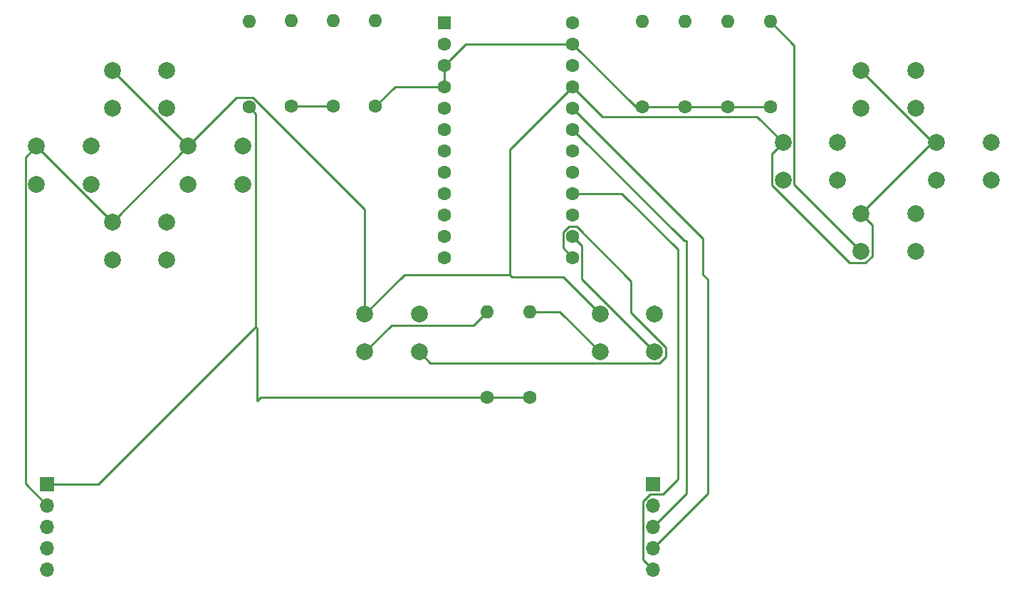
<source format=gbr>
%TF.GenerationSoftware,KiCad,Pcbnew,(7.0.0)*%
%TF.CreationDate,2023-03-22T23:13:34-04:00*%
%TF.ProjectId,controller,636f6e74-726f-46c6-9c65-722e6b696361,rev?*%
%TF.SameCoordinates,Original*%
%TF.FileFunction,Copper,L1,Top*%
%TF.FilePolarity,Positive*%
%FSLAX46Y46*%
G04 Gerber Fmt 4.6, Leading zero omitted, Abs format (unit mm)*
G04 Created by KiCad (PCBNEW (7.0.0)) date 2023-03-22 23:13:34*
%MOMM*%
%LPD*%
G01*
G04 APERTURE LIST*
%TA.AperFunction,ComponentPad*%
%ADD10O,1.600000X1.600000*%
%TD*%
%TA.AperFunction,ComponentPad*%
%ADD11C,1.600000*%
%TD*%
%TA.AperFunction,ComponentPad*%
%ADD12C,2.000000*%
%TD*%
%TA.AperFunction,ComponentPad*%
%ADD13R,1.700000X1.700000*%
%TD*%
%TA.AperFunction,ComponentPad*%
%ADD14O,1.700000X1.700000*%
%TD*%
%TA.AperFunction,ComponentPad*%
%ADD15R,1.600000X1.600000*%
%TD*%
%TA.AperFunction,Conductor*%
%ADD16C,0.250000*%
%TD*%
G04 APERTURE END LIST*
D10*
%TO.P,R3,2*%
%TO.N,Net-(D_PAD_RIGHT1-Pad2)*%
X118999999Y-23919999D03*
D11*
%TO.P,R3,1*%
%TO.N,GND*%
X119000000Y-34080000D03*
%TD*%
D10*
%TO.P,R8,2*%
%TO.N,Net-(B_BUTTON1-Pad2)*%
X170839999Y-23919999D03*
D11*
%TO.P,R8,1*%
%TO.N,GND*%
X170840000Y-34080000D03*
%TD*%
D12*
%TO.P,PAUSE_BUTTON1,1*%
%TO.N,VCC*%
X160750000Y-58710000D03*
%TO.P,PAUSE_BUTTON1,2*%
%TO.N,Net-(PAUSE_BUTTON1-Pad2)*%
X160750000Y-63210000D03*
%TO.P,PAUSE_BUTTON1,3*%
%TO.N,unconnected-(PAUSE_BUTTON1-Pad3)*%
X167250000Y-58710000D03*
%TO.P,PAUSE_BUTTON1,4*%
%TO.N,/PIN_16*%
X167250000Y-63210000D03*
%TD*%
%TO.P,D_PAD_UP1,1*%
%TO.N,VCC*%
X102750000Y-29750000D03*
%TO.P,D_PAD_UP1,2*%
%TO.N,Net-(D_PAD_UP1-Pad2)*%
X102750000Y-34250000D03*
%TO.P,D_PAD_UP1,3*%
%TO.N,unconnected-(D_PAD_UP1-Pad3)*%
X109250000Y-29750000D03*
%TO.P,D_PAD_UP1,4*%
%TO.N,/PIN_5*%
X109250000Y-34250000D03*
%TD*%
D13*
%TO.P,JOYSTICK2,1,Pin_1*%
%TO.N,GND*%
X167024999Y-78949999D03*
D14*
%TO.P,JOYSTICK2,2,Pin_2*%
%TO.N,VCC*%
X167024999Y-81489999D03*
%TO.P,JOYSTICK2,3,Pin_3*%
%TO.N,/PIN_A2*%
X167024999Y-84029999D03*
%TO.P,JOYSTICK2,4,Pin_4*%
%TO.N,/PIN_A3*%
X167024999Y-86569999D03*
%TO.P,JOYSTICK2,5,Pin_5*%
%TO.N,/PIN_15*%
X167024999Y-89109999D03*
%TD*%
D15*
%TO.P,U1,1,TX*%
%TO.N,unconnected-(U1-TX-Pad1)*%
X142239999Y-24029999D03*
D11*
%TO.P,U1,2,RX*%
%TO.N,unconnected-(U1-RX-Pad2)*%
X142240000Y-26570000D03*
%TO.P,U1,3,GND*%
%TO.N,GND*%
X142240000Y-29110000D03*
%TO.P,U1,4,GND*%
X142240000Y-31650000D03*
%TO.P,U1,5,SDA*%
%TO.N,/PIN_2*%
X142240000Y-34190000D03*
%TO.P,U1,6,SCL*%
%TO.N,/PIN_3*%
X142240000Y-36730000D03*
%TO.P,U1,7,D4*%
%TO.N,/PIN_4*%
X142240000Y-39270000D03*
%TO.P,U1,8,C6*%
%TO.N,/PIN_5*%
X142240000Y-41810000D03*
%TO.P,U1,9,D7*%
%TO.N,/PIN_6*%
X142240000Y-44350000D03*
%TO.P,U1,10,E6*%
%TO.N,/PIN_7*%
X142240000Y-46890000D03*
%TO.P,U1,11,B4*%
%TO.N,/PIN_8*%
X142240000Y-49430000D03*
%TO.P,U1,12,B5*%
%TO.N,/PIN_9*%
X142240000Y-51970000D03*
%TO.P,U1,13,B6*%
%TO.N,/PIN_10*%
X157480000Y-51970000D03*
%TO.P,U1,14,B2*%
%TO.N,/PIN_16*%
X157480000Y-49430000D03*
%TO.P,U1,15,B3*%
%TO.N,/PIN_14*%
X157480000Y-46890000D03*
%TO.P,U1,16,B1*%
%TO.N,/PIN_15*%
X157480000Y-44350000D03*
%TO.P,U1,17,F7*%
%TO.N,/PIN_A0*%
X157480000Y-41810000D03*
%TO.P,U1,18,F6*%
%TO.N,/PIN_A1*%
X157480000Y-39270000D03*
%TO.P,U1,19,F5*%
%TO.N,/PIN_A2*%
X157480000Y-36730000D03*
%TO.P,U1,20,F4*%
%TO.N,/PIN_A3*%
X157480000Y-34190000D03*
%TO.P,U1,21,VCC*%
%TO.N,VCC*%
X157480000Y-31650000D03*
%TO.P,U1,22,RST*%
%TO.N,unconnected-(U1-RST-Pad22)*%
X157480000Y-29110000D03*
%TO.P,U1,23,GND*%
%TO.N,GND*%
X157480000Y-26570000D03*
%TO.P,U1,24,RAW*%
%TO.N,unconnected-(U1-RAW-Pad24)*%
X157480000Y-24030000D03*
%TD*%
D10*
%TO.P,R7,2*%
%TO.N,Net-(A_BUTTON1-Pad2)*%
X165759999Y-23919999D03*
D11*
%TO.P,R7,1*%
%TO.N,GND*%
X165760000Y-34080000D03*
%TD*%
D13*
%TO.P,JOYSTICK1,1,Pin_1*%
%TO.N,GND*%
X94999999Y-78919999D03*
D14*
%TO.P,JOYSTICK1,2,Pin_2*%
%TO.N,VCC*%
X94999999Y-81459999D03*
%TO.P,JOYSTICK1,3,Pin_3*%
%TO.N,/PIN_A0*%
X94999999Y-83999999D03*
%TO.P,JOYSTICK1,4,Pin_4*%
%TO.N,/PIN_A1*%
X94999999Y-86539999D03*
%TO.P,JOYSTICK1,5,Pin_5*%
%TO.N,/PIN_14*%
X94999999Y-89079999D03*
%TD*%
D12*
%TO.P,D_PAD_LEFT1,1*%
%TO.N,VCC*%
X93750000Y-38750000D03*
%TO.P,D_PAD_LEFT1,2*%
%TO.N,Net-(D_PAD_LEFT1-Pad2)*%
X93750000Y-43250000D03*
%TO.P,D_PAD_LEFT1,3*%
%TO.N,unconnected-(D_PAD_LEFT1-Pad3)*%
X100250000Y-38750000D03*
%TO.P,D_PAD_LEFT1,4*%
%TO.N,/PIN_3*%
X100250000Y-43250000D03*
%TD*%
D10*
%TO.P,R10,2*%
%TO.N,Net-(R10-Pad2)*%
X180999999Y-23919999D03*
D11*
%TO.P,R10,1*%
%TO.N,GND*%
X181000000Y-34080000D03*
%TD*%
D12*
%TO.P,Y_BUTTON1,1*%
%TO.N,VCC*%
X200750000Y-38310000D03*
%TO.P,Y_BUTTON1,2*%
%TO.N,Net-(R9-Pad2)*%
X200750000Y-42810000D03*
%TO.P,Y_BUTTON1,3*%
%TO.N,unconnected-(Y_BUTTON1-Pad3)*%
X207250000Y-38310000D03*
%TO.P,Y_BUTTON1,4*%
%TO.N,/PIN_9*%
X207250000Y-42810000D03*
%TD*%
D11*
%TO.P,R5,1*%
%TO.N,GND*%
X147320000Y-68580000D03*
D10*
%TO.P,R5,2*%
%TO.N,Net-(HOME_BUTTON1-Pad2)*%
X147319999Y-58419999D03*
%TD*%
D12*
%TO.P,D_PAD_RIGHT1,4*%
%TO.N,/PIN_2*%
X118250000Y-43250000D03*
%TO.P,D_PAD_RIGHT1,3*%
%TO.N,unconnected-(D_PAD_RIGHT1-Pad3)*%
X118250000Y-38750000D03*
%TO.P,D_PAD_RIGHT1,2*%
%TO.N,Net-(D_PAD_RIGHT1-Pad2)*%
X111750000Y-43250000D03*
%TO.P,D_PAD_RIGHT1,1*%
%TO.N,VCC*%
X111750000Y-38750000D03*
%TD*%
D11*
%TO.P,R6,1*%
%TO.N,GND*%
X152400000Y-68580000D03*
D10*
%TO.P,R6,2*%
%TO.N,Net-(PAUSE_BUTTON1-Pad2)*%
X152399999Y-58419999D03*
%TD*%
D12*
%TO.P,B_BUTTON1,1*%
%TO.N,VCC*%
X191750000Y-29750000D03*
%TO.P,B_BUTTON1,2*%
%TO.N,Net-(B_BUTTON1-Pad2)*%
X191750000Y-34250000D03*
%TO.P,B_BUTTON1,3*%
%TO.N,unconnected-(B_BUTTON1-Pad3)*%
X198250000Y-29750000D03*
%TO.P,B_BUTTON1,4*%
%TO.N,/PIN_7*%
X198250000Y-34250000D03*
%TD*%
%TO.P,A_BUTTON1,1*%
%TO.N,VCC*%
X182500000Y-38310000D03*
%TO.P,A_BUTTON1,2*%
%TO.N,Net-(A_BUTTON1-Pad2)*%
X182500000Y-42810000D03*
%TO.P,A_BUTTON1,3*%
%TO.N,unconnected-(A_BUTTON1-Pad3)*%
X189000000Y-38310000D03*
%TO.P,A_BUTTON1,4*%
%TO.N,/PIN_6*%
X189000000Y-42810000D03*
%TD*%
D10*
%TO.P,R2,2*%
%TO.N,Net-(D_PAD_UP1-Pad2)*%
X133999999Y-23839999D03*
D11*
%TO.P,R2,1*%
%TO.N,GND*%
X134000000Y-34000000D03*
%TD*%
D10*
%TO.P,R4,2*%
%TO.N,Net-(D_PAD_DOWN1-Pad2)*%
X128999999Y-23839999D03*
D11*
%TO.P,R4,1*%
%TO.N,GND*%
X129000000Y-34000000D03*
%TD*%
D12*
%TO.P,D_PAD_DOWN1,1*%
%TO.N,VCC*%
X102750000Y-47750000D03*
%TO.P,D_PAD_DOWN1,2*%
%TO.N,Net-(D_PAD_DOWN1-Pad2)*%
X102750000Y-52250000D03*
%TO.P,D_PAD_DOWN1,3*%
%TO.N,unconnected-(D_PAD_DOWN1-Pad3)*%
X109250000Y-47750000D03*
%TO.P,D_PAD_DOWN1,4*%
%TO.N,/PIN_4*%
X109250000Y-52250000D03*
%TD*%
D10*
%TO.P,R1,2*%
%TO.N,Net-(D_PAD_LEFT1-Pad2)*%
X123999999Y-23839999D03*
D11*
%TO.P,R1,1*%
%TO.N,GND*%
X124000000Y-34000000D03*
%TD*%
D10*
%TO.P,R9,2*%
%TO.N,Net-(R9-Pad2)*%
X175919999Y-23919999D03*
D11*
%TO.P,R9,1*%
%TO.N,GND*%
X175920000Y-34080000D03*
%TD*%
D12*
%TO.P,HOME_BUTTON1,4*%
%TO.N,/PIN_10*%
X139250000Y-63210000D03*
%TO.P,HOME_BUTTON1,3*%
%TO.N,unconnected-(HOME_BUTTON1-Pad3)*%
X139250000Y-58710000D03*
%TO.P,HOME_BUTTON1,2*%
%TO.N,Net-(HOME_BUTTON1-Pad2)*%
X132750000Y-63210000D03*
%TO.P,HOME_BUTTON1,1*%
%TO.N,VCC*%
X132750000Y-58710000D03*
%TD*%
%TO.P,X_BUTTON1,1*%
%TO.N,VCC*%
X191750000Y-46750000D03*
%TO.P,X_BUTTON1,2*%
%TO.N,Net-(R10-Pad2)*%
X191750000Y-51250000D03*
%TO.P,X_BUTTON1,3*%
%TO.N,unconnected-(X_BUTTON1-Pad3)*%
X198250000Y-46750000D03*
%TO.P,X_BUTTON1,4*%
%TO.N,/PIN_8*%
X198250000Y-51250000D03*
%TD*%
D16*
%TO.N,GND*%
X165760000Y-34080000D02*
X181000000Y-34080000D01*
%TO.N,VCC*%
X200310000Y-38310000D02*
X191750000Y-29750000D01*
X200750000Y-38310000D02*
X200310000Y-38310000D01*
X200190000Y-38310000D02*
X200750000Y-38310000D01*
X191750000Y-46750000D02*
X200190000Y-38310000D01*
X181175000Y-39635000D02*
X182500000Y-38310000D01*
X181175000Y-43358833D02*
X181175000Y-39635000D01*
X190391167Y-52575000D02*
X181175000Y-43358833D01*
X192298833Y-52575000D02*
X190391167Y-52575000D01*
X193075000Y-51798833D02*
X192298833Y-52575000D01*
X193075000Y-48075000D02*
X193075000Y-51798833D01*
X191750000Y-46750000D02*
X193075000Y-48075000D01*
%TO.N,Net-(R10-Pad2)*%
X183825000Y-43325000D02*
X191750000Y-51250000D01*
X183825000Y-26745000D02*
X183825000Y-43325000D01*
X181000000Y-23920000D02*
X183825000Y-26745000D01*
%TO.N,GND*%
X129000000Y-34000000D02*
X124000000Y-34000000D01*
%TO.N,VCC*%
X111750000Y-38750000D02*
X102750000Y-29750000D01*
X102750000Y-47750000D02*
X111750000Y-38750000D01*
X102750000Y-47750000D02*
X93750000Y-38750000D01*
X92425000Y-40075000D02*
X92425000Y-78885000D01*
X92425000Y-78885000D02*
X95000000Y-81460000D01*
X93750000Y-38750000D02*
X92425000Y-40075000D01*
X117545000Y-32955000D02*
X111750000Y-38750000D01*
X132750000Y-46239009D02*
X119465991Y-32955000D01*
X119465991Y-32955000D02*
X117545000Y-32955000D01*
X132750000Y-58710000D02*
X132750000Y-46239009D01*
%TO.N,Net-(PAUSE_BUTTON1-Pad2)*%
X155960000Y-58420000D02*
X160750000Y-63210000D01*
X152400000Y-58420000D02*
X155960000Y-58420000D01*
%TO.N,Net-(HOME_BUTTON1-Pad2)*%
X135925000Y-60035000D02*
X132750000Y-63210000D01*
X145705000Y-60035000D02*
X135925000Y-60035000D01*
X147320000Y-58420000D02*
X145705000Y-60035000D01*
%TO.N,GND*%
X147320000Y-68580000D02*
X152400000Y-68580000D01*
X120000000Y-60400002D02*
X119799999Y-60200001D01*
X120420000Y-68580000D02*
X120000000Y-69000000D01*
X147320000Y-68580000D02*
X120420000Y-68580000D01*
X120000000Y-69000000D02*
X120000000Y-60400002D01*
X119799999Y-60200001D02*
X119799999Y-34879999D01*
X119799999Y-34879999D02*
X119000000Y-34080000D01*
X101080000Y-78920000D02*
X119799999Y-60200001D01*
X95000000Y-78920000D02*
X101080000Y-78920000D01*
%TO.N,VCC*%
X137460000Y-54000000D02*
X132750000Y-58710000D01*
X150000000Y-54000000D02*
X137460000Y-54000000D01*
X161035000Y-35205000D02*
X179395000Y-35205000D01*
X157480000Y-31650000D02*
X161035000Y-35205000D01*
X179395000Y-35205000D02*
X182500000Y-38310000D01*
%TO.N,GND*%
X136350000Y-31650000D02*
X134000000Y-34000000D01*
X142240000Y-31650000D02*
X136350000Y-31650000D01*
X164990000Y-34080000D02*
X165760000Y-34080000D01*
X157480000Y-26570000D02*
X164990000Y-34080000D01*
X142240000Y-29110000D02*
X142240000Y-31650000D01*
X157480000Y-26570000D02*
X144780000Y-26570000D01*
X144780000Y-26570000D02*
X142240000Y-29110000D01*
%TO.N,/PIN_10*%
X140575000Y-64535000D02*
X139250000Y-63210000D01*
X167798833Y-64535000D02*
X140575000Y-64535000D01*
X168575000Y-63758833D02*
X167798833Y-64535000D01*
X168575000Y-62661167D02*
X168575000Y-63758833D01*
X164456917Y-58543084D02*
X168575000Y-62661167D01*
X164456917Y-54815926D02*
X164456917Y-58543084D01*
X157945991Y-48305000D02*
X164456917Y-54815926D01*
X157014009Y-48305000D02*
X157945991Y-48305000D01*
X156355000Y-48964009D02*
X157014009Y-48305000D01*
X156355000Y-50845000D02*
X156355000Y-48964009D01*
X157480000Y-51970000D02*
X156355000Y-50845000D01*
%TO.N,/PIN_16*%
X158605000Y-50555000D02*
X158605000Y-54565000D01*
X158605000Y-54565000D02*
X167250000Y-63210000D01*
X157480000Y-49430000D02*
X158605000Y-50555000D01*
%TO.N,VCC*%
X150000000Y-54000000D02*
X150000000Y-39130000D01*
X150315000Y-54315000D02*
X150000000Y-54000000D01*
X156355000Y-54315000D02*
X150315000Y-54315000D01*
X160750000Y-58710000D02*
X156355000Y-54315000D01*
X150000000Y-39130000D02*
X157480000Y-31650000D01*
%TO.N,/PIN_15*%
X163350000Y-44350000D02*
X157480000Y-44350000D01*
X170000000Y-51000000D02*
X163350000Y-44350000D01*
X170000000Y-78325000D02*
X170000000Y-51000000D01*
X168200000Y-80125000D02*
X170000000Y-78325000D01*
X166728299Y-80125000D02*
X168200000Y-80125000D01*
X165850000Y-81003299D02*
X166728299Y-80125000D01*
X165850000Y-87935000D02*
X165850000Y-81003299D01*
X167025000Y-89110000D02*
X165850000Y-87935000D01*
%TO.N,/PIN_A2*%
X170750000Y-50000000D02*
X157480000Y-36730000D01*
X171000000Y-50000000D02*
X170750000Y-50000000D01*
X171000000Y-80055000D02*
X171000000Y-50000000D01*
X167025000Y-84030000D02*
X171000000Y-80055000D01*
%TO.N,/PIN_A3*%
X173000000Y-49710000D02*
X157480000Y-34190000D01*
X173000000Y-54000000D02*
X173000000Y-49710000D01*
X173586167Y-80008833D02*
X173586167Y-54586167D01*
X173586167Y-54586167D02*
X173000000Y-54000000D01*
X167025000Y-86570000D02*
X173586167Y-80008833D01*
%TD*%
M02*

</source>
